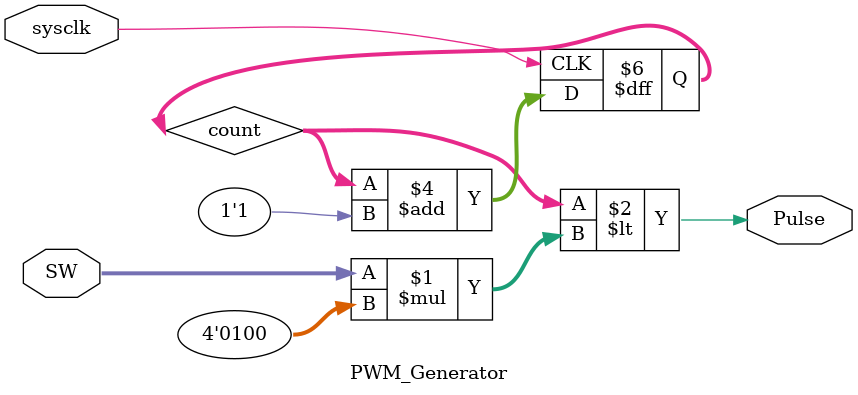
<source format=v>
module PWM_Generator(input wire sysclk,
input wire [3:0] SW,
output wire Pulse);
reg [5:0] count = 0;
assign Pulse = count < (SW*4'd4);
always @(posedge sysclk)
		count<=count+1'b1;
endmodule
</source>
